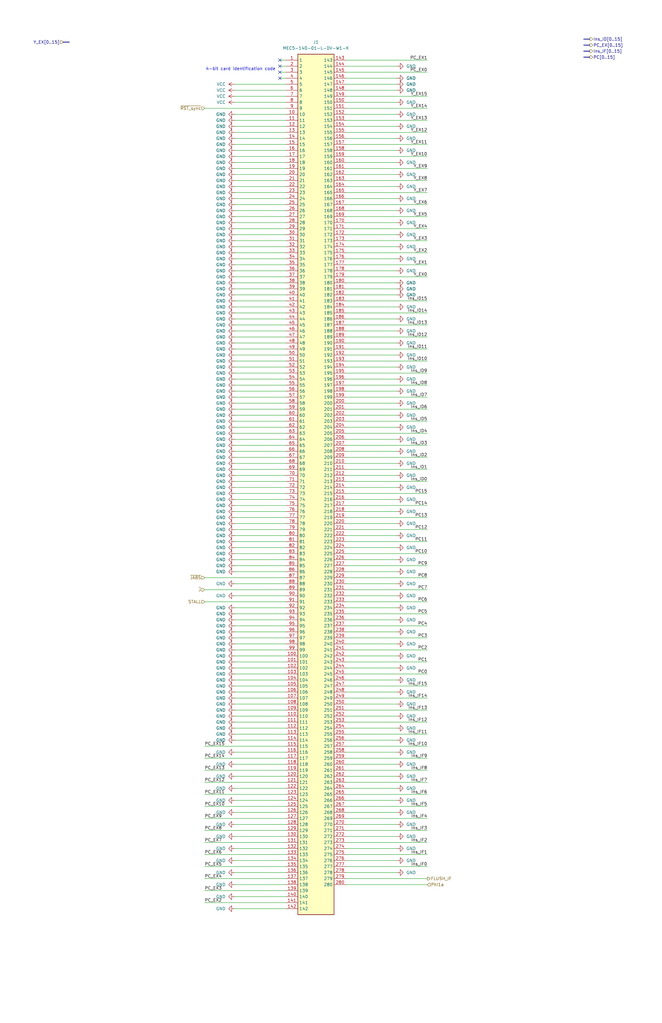
<source format=kicad_sch>
(kicad_sch (version 20250114) (generator "eeschema") (generator_version "9.0")
  (paper "USLedger" portrait)
  (title_block (date "2025-07-11") (rev "A"))
  (text "4-bit card identification code" (at 116.332 29.21 0) (effects (font (size 1.27 1.27)) (justify right)))
  (no_connect (at 118.11 27.94))
  (no_connect (at 118.11 25.4))
  (no_connect (at 118.11 33.02))
  (no_connect (at 118.11 30.48))
  (wire (pts (xy 99.06 111.76) (xy 120.65 111.76)))
  (wire (pts (xy 180.34 106.68) (xy 146.05 106.68)))
  (wire (pts (xy 99.06 259.08) (xy 120.65 259.08)))
  (wire (pts (xy 99.06 378.46) (xy 120.65 378.46)))
  (wire (pts (xy 180.34 325.12) (xy 146.05 325.12)))
  (wire (pts (xy 86.36 381) (xy 120.65 381)))
  (wire (pts (xy 167.64 63.5) (xy 146.05 63.5)))
  (wire (pts (xy 99.06 157.48) (xy 120.65 157.48)))
  (wire (pts (xy 180.34 284.48) (xy 146.05 284.48)))
  (wire (pts (xy 99.06 276.86) (xy 120.65 276.86)))
  (wire (pts (xy 180.34 91.44) (xy 146.05 91.44)))
  (wire (pts (xy 99.06 353.06) (xy 120.65 353.06)))
  (wire (pts (xy 99.06 114.3) (xy 120.65 114.3)))
  (wire (pts (xy 99.06 208.28) (xy 120.65 208.28)))
  (wire (pts (xy 180.34 203.2) (xy 146.05 203.2)))
  (wire (pts (xy 167.64 154.94) (xy 146.05 154.94)))
  (wire (pts (xy 99.06 73.66) (xy 120.65 73.66)))
  (wire (pts (xy 99.06 119.38) (xy 120.65 119.38)))
  (wire (pts (xy 180.34 132.08) (xy 146.05 132.08)))
  (wire (pts (xy 180.34 111.76) (xy 146.05 111.76)))
  (wire (pts (xy 99.06 86.36) (xy 120.65 86.36)))
  (wire (pts (xy 167.64 185.42) (xy 146.05 185.42)))
  (wire (pts (xy 180.34 66.04) (xy 146.05 66.04)))
  (wire (pts (xy 99.06 149.86) (xy 120.65 149.86)))
  (wire (pts (xy 180.34 259.08) (xy 146.05 259.08)))
  (wire (pts (xy 180.34 45.72) (xy 146.05 45.72)))
  (wire (pts (xy 86.36 314.96) (xy 120.65 314.96)))
  (wire (pts (xy 99.06 281.94) (xy 120.65 281.94)))
  (wire (pts (xy 180.34 264.16) (xy 146.05 264.16)))
  (wire (pts (xy 99.06 78.74) (xy 120.65 78.74)))
  (wire (pts (xy 167.64 236.22) (xy 146.05 236.22)))
  (wire (pts (xy 167.64 241.3) (xy 146.05 241.3)))
  (wire (pts (xy 99.06 251.46) (xy 120.65 251.46)))
  (wire (pts (xy 167.64 210.82) (xy 146.05 210.82)))
  (wire (pts (xy 167.64 332.74) (xy 146.05 332.74)))
  (wire (pts (xy 99.06 104.14) (xy 120.65 104.14)))
  (wire (pts (xy 167.64 124.46) (xy 146.05 124.46)))
  (wire (pts (xy 167.64 281.94) (xy 146.05 281.94)))
  (wire (pts (xy 167.64 231.14) (xy 146.05 231.14)))
  (wire (pts (xy 99.06 175.26) (xy 120.65 175.26)))
  (wire (pts (xy 99.06 241.3) (xy 120.65 241.3)))
  (wire (pts (xy 167.64 266.7) (xy 146.05 266.7)))
  (wire (pts (xy 167.64 287.02) (xy 146.05 287.02)))
  (wire (pts (xy 180.34 335.28) (xy 146.05 335.28)))
  (wire (pts (xy 99.06 134.62) (xy 120.65 134.62)))
  (bus (pts (xy 26.67 17.78) (xy 29.21 17.78)))
  (wire (pts (xy 99.06 50.8) (xy 120.65 50.8)))
  (wire (pts (xy 167.64 35.56) (xy 146.05 35.56)))
  (wire (pts (xy 99.06 342.9) (xy 120.65 342.9)))
  (wire (pts (xy 167.64 180.34) (xy 146.05 180.34)))
  (wire (pts (xy 180.34 198.12) (xy 146.05 198.12)))
  (wire (pts (xy 99.06 154.94) (xy 120.65 154.94)))
  (wire (pts (xy 180.34 208.28) (xy 146.05 208.28)))
  (wire (pts (xy 99.06 38.1) (xy 120.65 38.1)))
  (wire (pts (xy 99.06 304.8) (xy 120.65 304.8)))
  (wire (pts (xy 99.06 269.24) (xy 120.65 269.24)))
  (wire (pts (xy 167.64 271.78) (xy 146.05 271.78)))
  (wire (pts (xy 99.06 226.06) (xy 120.65 226.06)))
  (wire (pts (xy 167.64 195.58) (xy 146.05 195.58)))
  (wire (pts (xy 86.36 360.68) (xy 120.65 360.68)))
  (wire (pts (xy 167.64 368.3) (xy 146.05 368.3)))
  (wire (pts (xy 118.11 30.48) (xy 120.65 30.48)))
  (wire (pts (xy 167.64 246.38) (xy 146.05 246.38)))
  (wire (pts (xy 167.64 251.46) (xy 146.05 251.46)))
  (wire (pts (xy 99.06 256.54) (xy 120.65 256.54)))
  (wire (pts (xy 167.64 170.18) (xy 146.05 170.18)))
  (wire (pts (xy 180.34 55.88) (xy 146.05 55.88)))
  (wire (pts (xy 167.64 337.82) (xy 146.05 337.82)))
  (wire (pts (xy 180.34 182.88) (xy 146.05 182.88)))
  (wire (pts (xy 99.06 327.66) (xy 120.65 327.66)))
  (bus (pts (xy 248.92 21.59) (xy 246.38 21.59)))
  (wire (pts (xy 180.34 304.8) (xy 146.05 304.8)))
  (wire (pts (xy 180.34 81.28) (xy 146.05 81.28)))
  (wire (pts (xy 99.06 142.24) (xy 120.65 142.24)))
  (wire (pts (xy 180.34 127) (xy 146.05 127)))
  (wire (pts (xy 99.06 373.38) (xy 120.65 373.38)))
  (wire (pts (xy 167.64 27.94) (xy 146.05 27.94)))
  (wire (pts (xy 167.64 83.82) (xy 146.05 83.82)))
  (wire (pts (xy 99.06 43.18) (xy 120.65 43.18)))
  (wire (pts (xy 99.06 231.14) (xy 120.65 231.14)))
  (wire (pts (xy 99.06 71.12) (xy 120.65 71.12)))
  (wire (pts (xy 167.64 149.86) (xy 146.05 149.86)))
  (wire (pts (xy 99.06 292.1) (xy 120.65 292.1)))
  (wire (pts (xy 99.06 160.02) (xy 120.65 160.02)))
  (wire (pts (xy 99.06 246.38) (xy 120.65 246.38)))
  (wire (pts (xy 180.34 248.92) (xy 146.05 248.92)))
  (wire (pts (xy 180.34 294.64) (xy 146.05 294.64)))
  (wire (pts (xy 180.34 233.68) (xy 146.05 233.68)))
  (wire (pts (xy 167.64 73.66) (xy 146.05 73.66)))
  (wire (pts (xy 180.34 274.32) (xy 146.05 274.32)))
  (wire (pts (xy 180.34 162.56) (xy 146.05 162.56)))
  (wire (pts (xy 86.36 365.76) (xy 120.65 365.76)))
  (wire (pts (xy 99.06 294.64) (xy 120.65 294.64)))
  (wire (pts (xy 167.64 121.92) (xy 146.05 121.92)))
  (wire (pts (xy 99.06 261.62) (xy 120.65 261.62)))
  (wire (pts (xy 99.06 81.28) (xy 120.65 81.28)))
  (wire (pts (xy 180.34 71.12) (xy 146.05 71.12)))
  (wire (pts (xy 99.06 302.26) (xy 120.65 302.26)))
  (wire (pts (xy 99.06 139.7) (xy 120.65 139.7)))
  (wire (pts (xy 99.06 40.64) (xy 120.65 40.64)))
  (wire (pts (xy 167.64 307.34) (xy 146.05 307.34)))
  (wire (pts (xy 99.06 106.68) (xy 120.65 106.68)))
  (wire (pts (xy 99.06 312.42) (xy 120.65 312.42)))
  (wire (pts (xy 86.36 254) (xy 120.65 254)))
  (wire (pts (xy 167.64 139.7) (xy 146.05 139.7)))
  (wire (pts (xy 99.06 162.56) (xy 120.65 162.56)))
  (wire (pts (xy 86.36 340.36) (xy 120.65 340.36)))
  (wire (pts (xy 99.06 213.36) (xy 120.65 213.36)))
  (wire (pts (xy 99.06 299.72) (xy 120.65 299.72)))
  (wire (pts (xy 167.64 129.54) (xy 146.05 129.54)))
  (wire (pts (xy 99.06 170.18) (xy 120.65 170.18)))
  (wire (pts (xy 86.36 248.92) (xy 120.65 248.92)))
  (wire (pts (xy 167.64 256.54) (xy 146.05 256.54)))
  (wire (pts (xy 99.06 96.52) (xy 120.65 96.52)))
  (wire (pts (xy 167.64 302.26) (xy 146.05 302.26)))
  (wire (pts (xy 167.64 190.5) (xy 146.05 190.5)))
  (wire (pts (xy 180.34 228.6) (xy 146.05 228.6)))
  (wire (pts (xy 167.64 165.1) (xy 146.05 165.1)))
  (wire (pts (xy 99.06 274.32) (xy 120.65 274.32)))
  (wire (pts (xy 99.06 233.68) (xy 120.65 233.68)))
  (wire (pts (xy 167.64 134.62) (xy 146.05 134.62)))
  (wire (pts (xy 99.06 271.78) (xy 120.65 271.78)))
  (wire (pts (xy 99.06 129.54) (xy 120.65 129.54)))
  (wire (pts (xy 180.34 30.48) (xy 146.05 30.48)))
  (wire (pts (xy 180.34 60.96) (xy 146.05 60.96)))
  (wire (pts (xy 99.06 177.8) (xy 120.65 177.8)))
  (wire (pts (xy 180.34 238.76) (xy 146.05 238.76)))
  (wire (pts (xy 167.64 43.18) (xy 146.05 43.18)))
  (wire (pts (xy 180.34 177.8) (xy 146.05 177.8)))
  (wire (pts (xy 86.36 330.2) (xy 120.65 330.2)))
  (wire (pts (xy 99.06 63.5) (xy 120.65 63.5)))
  (wire (pts (xy 86.36 345.44) (xy 120.65 345.44)))
  (wire (pts (xy 180.34 101.6) (xy 146.05 101.6)))
  (wire (pts (xy 180.34 330.2) (xy 146.05 330.2)))
  (wire (pts (xy 167.64 88.9) (xy 146.05 88.9)))
  (wire (pts (xy 167.64 38.1) (xy 146.05 38.1)))
  (wire (pts (xy 167.64 99.06) (xy 146.05 99.06)))
  (wire (pts (xy 99.06 279.4) (xy 120.65 279.4)))
  (wire (pts (xy 180.34 340.36) (xy 146.05 340.36)))
  (wire (pts (xy 99.06 137.16) (xy 120.65 137.16)))
  (wire (pts (xy 99.06 83.82) (xy 120.65 83.82)))
  (wire (pts (xy 86.36 350.52) (xy 120.65 350.52)))
  (wire (pts (xy 180.34 40.64) (xy 146.05 40.64)))
  (wire (pts (xy 167.64 297.18) (xy 146.05 297.18)))
  (wire (pts (xy 167.64 175.26) (xy 146.05 175.26)))
  (wire (pts (xy 99.06 91.44) (xy 120.65 91.44)))
  (wire (pts (xy 167.64 68.58) (xy 146.05 68.58)))
  (wire (pts (xy 180.34 76.2) (xy 146.05 76.2)))
  (wire (pts (xy 167.64 205.74) (xy 146.05 205.74)))
  (wire (pts (xy 99.06 124.46) (xy 120.65 124.46)))
  (wire (pts (xy 167.64 317.5) (xy 146.05 317.5)))
  (wire (pts (xy 180.34 360.68) (xy 146.05 360.68)))
  (wire (pts (xy 99.06 322.58) (xy 120.65 322.58)))
  (wire (pts (xy 180.34 355.6) (xy 146.05 355.6)))
  (wire (pts (xy 99.06 180.34) (xy 120.65 180.34)))
  (wire (pts (xy 99.06 284.48) (xy 120.65 284.48)))
  (wire (pts (xy 118.11 25.4) (xy 120.65 25.4)))
  (wire (pts (xy 99.06 68.58) (xy 120.65 68.58)))
  (wire (pts (xy 99.06 309.88) (xy 120.65 309.88)))
  (wire (pts (xy 99.06 101.6) (xy 120.65 101.6)))
  (wire (pts (xy 99.06 121.92) (xy 120.65 121.92)))
  (wire (pts (xy 99.06 347.98) (xy 120.65 347.98)))
  (wire (pts (xy 99.06 93.98) (xy 120.65 93.98)))
  (wire (pts (xy 167.64 78.74) (xy 146.05 78.74)))
  (wire (pts (xy 167.64 33.02) (xy 146.05 33.02)))
  (wire (pts (xy 180.34 254) (xy 146.05 254)))
  (wire (pts (xy 118.11 33.02) (xy 120.65 33.02)))
  (wire (pts (xy 167.64 48.26) (xy 146.05 48.26)))
  (wire (pts (xy 99.06 289.56) (xy 120.65 289.56)))
  (wire (pts (xy 86.36 45.72) (xy 120.65 45.72)))
  (wire (pts (xy 86.36 320.04) (xy 120.65 320.04)))
  (wire (pts (xy 180.34 279.4) (xy 146.05 279.4)))
  (wire (pts (xy 99.06 220.98) (xy 120.65 220.98)))
  (wire (pts (xy 99.06 203.2) (xy 120.65 203.2)))
  (wire (pts (xy 167.64 226.06) (xy 146.05 226.06)))
  (wire (pts (xy 180.34 289.56) (xy 146.05 289.56)))
  (wire (pts (xy 167.64 312.42) (xy 146.05 312.42)))
  (wire (pts (xy 167.64 292.1) (xy 146.05 292.1)))
  (wire (pts (xy 99.06 55.88) (xy 120.65 55.88)))
  (bus (pts (xy 248.92 19.05) (xy 246.38 19.05)))
  (wire (pts (xy 180.34 365.76) (xy 146.05 365.76)))
  (wire (pts (xy 99.06 383.54) (xy 120.65 383.54)))
  (wire (pts (xy 167.64 93.98) (xy 146.05 93.98)))
  (wire (pts (xy 99.06 307.34) (xy 120.65 307.34)))
  (wire (pts (xy 99.06 363.22) (xy 120.65 363.22)))
  (wire (pts (xy 99.06 144.78) (xy 120.65 144.78)))
  (wire (pts (xy 99.06 215.9) (xy 120.65 215.9)))
  (wire (pts (xy 86.36 355.6) (xy 120.65 355.6)))
  (wire (pts (xy 180.34 243.84) (xy 146.05 243.84)))
  (wire (pts (xy 180.34 193.04) (xy 146.05 193.04)))
  (wire (pts (xy 180.34 370.84) (xy 146.05 370.84)))
  (wire (pts (xy 99.06 317.5) (xy 120.65 317.5)))
  (wire (pts (xy 180.34 345.44) (xy 146.05 345.44)))
  (wire (pts (xy 99.06 264.16) (xy 120.65 264.16)))
  (wire (pts (xy 167.64 327.66) (xy 146.05 327.66)))
  (wire (pts (xy 86.36 370.84) (xy 120.65 370.84)))
  (wire (pts (xy 167.64 215.9) (xy 146.05 215.9)))
  (wire (pts (xy 99.06 297.18) (xy 120.65 297.18)))
  (wire (pts (xy 99.06 190.5) (xy 120.65 190.5)))
  (wire (pts (xy 180.34 96.52) (xy 146.05 96.52)))
  (wire (pts (xy 99.06 195.58) (xy 120.65 195.58)))
  (wire (pts (xy 180.34 350.52) (xy 146.05 350.52)))
  (wire (pts (xy 99.06 205.74) (xy 120.65 205.74)))
  (wire (pts (xy 167.64 353.06) (xy 146.05 353.06)))
  (wire (pts (xy 180.34 142.24) (xy 146.05 142.24)))
  (wire (pts (xy 167.64 160.02) (xy 146.05 160.02)))
  (wire (pts (xy 99.06 228.6) (xy 120.65 228.6)))
  (wire (pts (xy 180.34 147.32) (xy 146.05 147.32)))
  (wire (pts (xy 99.06 193.04) (xy 120.65 193.04)))
  (wire (pts (xy 99.06 99.06) (xy 120.65 99.06)))
  (wire (pts (xy 167.64 363.22) (xy 146.05 363.22)))
  (wire (pts (xy 180.34 152.4) (xy 146.05 152.4)))
  (bus (pts (xy 248.92 16.51) (xy 246.38 16.51)))
  (wire (pts (xy 180.34 137.16) (xy 146.05 137.16)))
  (wire (pts (xy 167.64 358.14) (xy 146.05 358.14)))
  (wire (pts (xy 99.06 223.52) (xy 120.65 223.52)))
  (wire (pts (xy 86.36 243.84) (xy 120.65 243.84)))
  (wire (pts (xy 167.64 53.34) (xy 146.05 53.34)))
  (wire (pts (xy 99.06 132.08) (xy 120.65 132.08)))
  (wire (pts (xy 99.06 266.7) (xy 120.65 266.7)))
  (wire (pts (xy 180.34 309.88) (xy 146.05 309.88)))
  (wire (pts (xy 167.64 347.98) (xy 146.05 347.98)))
  (wire (pts (xy 167.64 261.62) (xy 146.05 261.62)))
  (wire (pts (xy 99.06 116.84) (xy 120.65 116.84)))
  (wire (pts (xy 167.64 58.42) (xy 146.05 58.42)))
  (wire (pts (xy 180.34 373.38) (xy 146.05 373.38)))
  (wire (pts (xy 180.34 314.96) (xy 146.05 314.96)))
  (wire (pts (xy 167.64 119.38) (xy 146.05 119.38)))
  (wire (pts (xy 99.06 337.82) (xy 120.65 337.82)))
  (wire (pts (xy 99.06 35.56) (xy 120.65 35.56)))
  (wire (pts (xy 99.06 358.14) (xy 120.65 358.14)))
  (wire (pts (xy 180.34 25.4) (xy 146.05 25.4)))
  (wire (pts (xy 99.06 60.96) (xy 120.65 60.96)))
  (wire (pts (xy 99.06 332.74) (xy 120.65 332.74)))
  (wire (pts (xy 99.06 76.2) (xy 120.65 76.2)))
  (wire (pts (xy 167.64 322.58) (xy 146.05 322.58)))
  (wire (pts (xy 99.06 287.02) (xy 120.65 287.02)))
  (wire (pts (xy 99.06 198.12) (xy 120.65 198.12)))
  (wire (pts (xy 99.06 66.04) (xy 120.65 66.04)))
  (wire (pts (xy 167.64 342.9) (xy 146.05 342.9)))
  (wire (pts (xy 180.34 299.72) (xy 146.05 299.72)))
  (wire (pts (xy 167.64 109.22) (xy 146.05 109.22)))
  (wire (pts (xy 167.64 104.14) (xy 146.05 104.14)))
  (wire (pts (xy 99.06 200.66) (xy 120.65 200.66)))
  (wire (pts (xy 167.64 144.78) (xy 146.05 144.78)))
  (wire (pts (xy 86.36 335.28) (xy 120.65 335.28)))
  (wire (pts (xy 180.34 218.44) (xy 146.05 218.44)))
  (wire (pts (xy 167.64 200.66) (xy 146.05 200.66)))
  (wire (pts (xy 99.06 236.22) (xy 120.65 236.22)))
  (wire (pts (xy 99.06 172.72) (xy 120.65 172.72)))
  (wire (pts (xy 180.34 187.96) (xy 146.05 187.96)))
  (wire (pts (xy 180.34 50.8) (xy 146.05 50.8)))
  (wire (pts (xy 99.06 109.22) (xy 120.65 109.22)))
  (bus (pts (xy 248.92 24.13) (xy 246.38 24.13)))
  (wire (pts (xy 99.06 88.9) (xy 120.65 88.9)))
  (wire (pts (xy 86.36 375.92) (xy 120.65 375.92)))
  (wire (pts (xy 99.06 218.44) (xy 120.65 218.44)))
  (wire (pts (xy 180.34 172.72) (xy 146.05 172.72)))
  (wire (pts (xy 167.64 114.3) (xy 146.05 114.3)))
  (wire (pts (xy 99.06 147.32) (xy 120.65 147.32)))
  (wire (pts (xy 180.34 167.64) (xy 146.05 167.64)))
  (wire (pts (xy 99.06 368.3) (xy 120.65 368.3)))
  (wire (pts (xy 99.06 58.42) (xy 120.65 58.42)))
  (wire (pts (xy 167.64 276.86) (xy 146.05 276.86)))
  (wire (pts (xy 99.06 53.34) (xy 120.65 53.34)))
  (wire (pts (xy 180.34 157.48) (xy 146.05 157.48)))
  (wire (pts (xy 167.64 220.98) (xy 146.05 220.98)))
  (wire (pts (xy 180.34 320.04) (xy 146.05 320.04)))
  (wire (pts (xy 180.34 269.24) (xy 146.05 269.24)))
  (wire (pts (xy 118.11 27.94) (xy 120.65 27.94)))
  (wire (pts (xy 99.06 238.76) (xy 120.65 238.76)))
  (wire (pts (xy 99.06 210.82) (xy 120.65 210.82)))
  (wire (pts (xy 99.06 152.4) (xy 120.65 152.4)))
  (wire (pts (xy 180.34 223.52) (xy 146.05 223.52)))
  (wire (pts (xy 99.06 165.1) (xy 120.65 165.1)))
  (wire (pts (xy 99.06 167.64) (xy 120.65 167.64)))
  (wire (pts (xy 180.34 116.84) (xy 146.05 116.84)))
  (wire (pts (xy 99.06 127) (xy 120.65 127)))
  (wire (pts (xy 99.06 48.26) (xy 120.65 48.26)))
  (wire (pts (xy 180.34 213.36) (xy 146.05 213.36)))
  (wire (pts (xy 99.06 182.88) (xy 120.65 182.88)))
  (wire (pts (xy 99.06 187.96) (xy 120.65 187.96)))
  (wire (pts (xy 86.36 325.12) (xy 120.65 325.12)))
  (wire (pts (xy 180.34 86.36) (xy 146.05 86.36)))
  (wire (pts (xy 99.06 185.42) (xy 120.65 185.42)))
  (label "PC_EX11" (at 86.36 335.28 0))
  (label "PC_EX5" (at 86.36 365.76 0))
  (label "PC10" (at 180.34 233.68 180))
  (label "Y_EX8" (at 180.34 76.2 180))
  (label "PC13" (at 180.34 218.44 180))
  (label "Ins_IF1" (at 180.34 360.68 180))
  (label "PC14" (at 180.34 213.36 180))
  (label "Ins_IF10" (at 180.34 314.96 180))
  (label "PC_EX4" (at 86.36 370.84 0))
  (label "Ins_ID8" (at 180.34 162.56 180))
  (label "Ins_IF0" (at 180.34 365.76 180))
  (label "Ins_IF8" (at 180.34 325.12 180))
  (label "Y_EX0" (at 180.34 116.84 180))
  (label "Ins_IF14" (at 180.34 294.64 180))
  (label "Ins_ID6" (at 180.34 172.72 180))
  (label "PC_EX7" (at 86.36 355.6 0))
  (label "Ins_ID9" (at 180.34 157.48 180))
  (label "Ins_ID15" (at 180.34 127 180))
  (label "Ins_IF12" (at 180.34 304.8 180))
  (label "PC0" (at 180.34 284.48 180))
  (label "PC_EX2" (at 86.36 381 0))
  (label "Ins_ID10" (at 180.34 152.4 180))
  (label "PC_EX0" (at 180.34 30.48 180))
  (label "Ins_IF4" (at 180.34 345.44 180))
  (label "Ins_ID2" (at 180.34 193.04 180))
  (label "PC12" (at 180.34 223.52 180))
  (label "PC_EX12" (at 86.36 330.2 0))
  (label "PC2" (at 180.34 274.32 180))
  (label "Y_EX4" (at 180.34 96.52 180))
  (label "Ins_IF13" (at 180.34 299.72 180))
  (label "PC8" (at 180.34 243.84 180))
  (label "Y_EX14" (at 180.34 45.72 180))
  (label "PC4" (at 180.34 264.16 180))
  (label "Y_EX3" (at 180.34 101.6 180))
  (label "PC3" (at 180.34 269.24 180))
  (label "Y_EX11" (at 180.34 60.96 180))
  (label "PC_EX14" (at 86.36 320.04 0))
  (label "PC_EX15" (at 86.36 314.96 0))
  (label "Y_EX10" (at 180.34 66.04 180))
  (label "Y_EX5" (at 180.34 91.44 180))
  (label "Y_EX2" (at 180.34 106.68 180))
  (label "PC6" (at 180.34 254 180))
  (label "Ins_ID4" (at 180.34 182.88 180))
  (label "Ins_ID13" (at 180.34 137.16 180))
  (label "Y_EX1" (at 180.34 111.76 180))
  (label "Ins_ID1" (at 180.34 198.12 180))
  (label "PC5" (at 180.34 259.08 180))
  (label "PC_EX8" (at 86.36 350.52 0))
  (label "Y_EX9" (at 180.34 71.12 180))
  (label "Ins_IF5" (at 180.34 340.36 180))
  (label "Ins_ID11" (at 180.34 147.32 180))
  (label "PC7" (at 180.34 248.92 180))
  (label "Y_EX12" (at 180.34 55.88 180))
  (label "PC9" (at 180.34 238.76 180))
  (label "Ins_IF15" (at 180.34 289.56 180))
  (label "Ins_ID3" (at 180.34 187.96 180))
  (label "Ins_ID7" (at 180.34 167.64 180))
  (label "Ins_ID14" (at 180.34 132.08 180))
  (label "PC_EX1" (at 180.34 25.4 180))
  (label "Ins_IF11" (at 180.34 309.88 180))
  (label "PC_EX3" (at 86.36 375.92 0))
  (label "Ins_IF6" (at 180.34 335.28 180))
  (label "PC15" (at 180.34 208.28 180))
  (label "Ins_IF9" (at 180.34 320.04 180))
  (label "Y_EX6" (at 180.34 86.36 180))
  (label "Ins_ID12" (at 180.34 142.24 180))
  (label "Ins_IF7" (at 180.34 330.2 180))
  (label "Ins_ID0" (at 180.34 203.2 180))
  (label "PC11" (at 180.34 228.6 180))
  (label "Y_EX13" (at 180.34 50.8 180))
  (label "PC_EX13" (at 86.36 325.12 0))
  (label "PC_EX9" (at 86.36 345.44 0))
  (label "Ins_IF2" (at 180.34 355.6 180))
  (label "PC_EX10" (at 86.36 340.36 0))
  (label "Ins_ID5" (at 180.34 177.8 180))
  (label "Y_EX15" (at 180.34 40.64 180))
  (label "Ins_IF3" (at 180.34 350.52 180))
  (label "PC_EX6" (at 86.36 360.68 0))
  (label "PC1" (at 180.34 279.4 180))
  (label "Y_EX7" (at 180.34 81.28 180))
  (hierarchical_label "~{J}" (shape input) (at 86.36 248.92 180))
  (hierarchical_label "PC_EX[0..15]" (shape output) (at 248.92 19.05 0))
  (hierarchical_label "PC[0..15]" (shape output) (at 248.92 24.13 0))
  (hierarchical_label "Phi1a" (shape input) (at 180.34 373.38 0))
  (hierarchical_label "Y_EX[0..15]" (shape input) (at 26.67 17.78 180))
  (hierarchical_label "FLUSH_IF" (shape output) (at 180.34 370.84 0))
  (hierarchical_label "~{JABS}" (shape input) (at 86.36 243.84 180))
  (hierarchical_label "Ins_ID[0..15]" (shape output) (at 248.92 16.51 0))
  (hierarchical_label "Ins_IF[0..15]" (shape output) (at 248.92 21.59 0))
  (hierarchical_label "STALL" (shape input) (at 86.36 254 180))
  (hierarchical_label "~{RST_sync}" (shape input) (at 86.36 45.72 180))
  (symbol (lib_id "power:GND") (at 99.06 274.32 270) (unit 1)
    (property "Reference" "#PWR0284" (effects (hide yes)))
    (property "Value" "GND" (at 95.25 274.3199 90) (effects (justify right)))
    (property "Description" "Power symbol creates a global label with name \"GND\" , ground" (effects (hide yes)))
  )
  (symbol (lib_id "power:GND") (at 99.06 198.12 270) (unit 1)
    (property "Reference" "#PWR0146" (effects (hide yes)))
    (property "Value" "GND" (at 95.25 198.1199 90) (effects (justify right)))
    (property "Description" "Power symbol creates a global label with name \"GND\" , ground" (effects (hide yes)))
  )
  (symbol (lib_id "power:GND") (at 167.64 43.18 90) (mirror x) (unit 1)
    (property "Reference" "#PWR0202" (effects (hide yes)))
    (property "Value" "GND" (at 171.45 43.1799 90) (effects (justify right)))
    (property "Description" "Power symbol creates a global label with name \"GND\" , ground" (effects (hide yes)))
  )
  (symbol (lib_id "power:GND") (at 167.64 58.42 90) (mirror x) (unit 1)
    (property "Reference" "#PWR0207" (effects (hide yes)))
    (property "Value" "GND" (at 171.45 58.4199 90) (effects (justify right)))
    (property "Description" "Power symbol creates a global label with name \"GND\" , ground" (effects (hide yes)))
  )
  (symbol (lib_id "power:GND") (at 167.64 121.92 90) (mirror x) (unit 1)
    (property "Reference" "#PWR0239" (effects (hide yes)))
    (property "Value" "GND" (at 171.45 121.9199 90) (effects (justify right)))
    (property "Description" "Power symbol creates a global label with name \"GND\" , ground" (effects (hide yes)))
  )
  (symbol (lib_id "power:GND") (at 99.06 129.54 270) (unit 1)
    (property "Reference" "#PWR0210" (effects (hide yes)))
    (property "Value" "GND" (at 95.25 129.5399 90) (effects (justify right)))
    (property "Description" "Power symbol creates a global label with name \"GND\" , ground" (effects (hide yes)))
  )
  (symbol (lib_id "power:GND") (at 167.64 342.9 90) (mirror x) (unit 1)
    (property "Reference" "#PWR0287" (effects (hide yes)))
    (property "Value" "GND" (at 171.45 342.8999 90) (effects (justify right)))
    (property "Description" "Power symbol creates a global label with name \"GND\" , ground" (effects (hide yes)))
  )
  (symbol (lib_id "power:GND") (at 167.64 307.34 90) (mirror x) (unit 1)
    (property "Reference" "#PWR0296" (effects (hide yes)))
    (property "Value" "GND" (at 171.45 307.3399 90) (effects (justify right)))
    (property "Description" "Power symbol creates a global label with name \"GND\" , ground" (effects (hide yes)))
  )
  (symbol (lib_id "power:GND") (at 167.64 195.58 90) (mirror x) (unit 1)
    (property "Reference" "#PWR0163" (effects (hide yes)))
    (property "Value" "GND" (at 171.45 195.5799 90) (effects (justify right)))
    (property "Description" "Power symbol creates a global label with name \"GND\" , ground" (effects (hide yes)))
  )
  (symbol (lib_id "power:GND") (at 99.06 312.42 270) (unit 1)
    (property "Reference" "#PWR0269" (effects (hide yes)))
    (property "Value" "GND" (at 95.25 312.4199 90) (effects (justify right)))
    (property "Description" "Power symbol creates a global label with name \"GND\" , ground" (effects (hide yes)))
  )
  (symbol (lib_id "power:GND") (at 99.06 220.98 270) (unit 1)
    (property "Reference" "#PWR0176" (effects (hide yes)))
    (property "Value" "GND" (at 95.25 220.9799 90) (effects (justify right)))
    (property "Description" "Power symbol creates a global label with name \"GND\" , ground" (effects (hide yes)))
  )
  (symbol (lib_id "power:GND") (at 99.06 71.12 270) (unit 1)
    (property "Reference" "#PWR0253" (effects (hide yes)))
    (property "Value" "GND" (at 95.25 71.1199 90) (effects (justify right)))
    (property "Description" "Power symbol creates a global label with name \"GND\" , ground" (effects (hide yes)))
  )
  (symbol (lib_id "power:GND") (at 167.64 149.86 90) (mirror x) (unit 1)
    (property "Reference" "#PWR0236" (effects (hide yes)))
    (property "Value" "GND" (at 171.45 149.8599 90) (effects (justify right)))
    (property "Description" "Power symbol creates a global label with name \"GND\" , ground" (effects (hide yes)))
  )
  (symbol (lib_id "power:GND") (at 99.06 172.72 270) (unit 1)
    (property "Reference" "#PWR0141" (effects (hide yes)))
    (property "Value" "GND" (at 95.25 172.7199 90) (effects (justify right)))
    (property "Description" "Power symbol creates a global label with name \"GND\" , ground" (effects (hide yes)))
  )
  (symbol (lib_id "power:GND") (at 167.64 236.22 90) (mirror x) (unit 1)
    (property "Reference" "#PWR0134" (effects (hide yes)))
    (property "Value" "GND" (at 171.45 236.2199 90) (effects (justify right)))
    (property "Description" "Power symbol creates a global label with name \"GND\" , ground" (effects (hide yes)))
  )
  (symbol (lib_id "power:GND") (at 99.06 378.46 270) (unit 1)
    (property "Reference" "#PWR0318" (effects (hide yes)))
    (property "Value" "GND" (at 95.25 378.4599 90) (effects (justify right)))
    (property "Description" "Power symbol creates a global label with name \"GND\" , ground" (effects (hide yes)))
  )
  (symbol (lib_id "power:GND") (at 99.06 48.26 270) (unit 1)
    (property "Reference" "#PWR0197" (effects (hide yes)))
    (property "Value" "GND" (at 95.25 48.2599 90) (effects (justify right)))
    (property "Description" "Power symbol creates a global label with name \"GND\" , ground" (effects (hide yes)))
  )
  (symbol (lib_id "power:GND") (at 99.06 309.88 270) (unit 1)
    (property "Reference" "#PWR0270" (effects (hide yes)))
    (property "Value" "GND" (at 95.25 309.8799 90) (effects (justify right)))
    (property "Description" "Power symbol creates a global label with name \"GND\" , ground" (effects (hide yes)))
  )
  (symbol (lib_id "power:GND") (at 99.06 251.46 270) (unit 1)
    (property "Reference" "#PWR0183" (effects (hide yes)))
    (property "Value" "GND" (at 95.25 251.4599 90) (effects (justify right)))
    (property "Description" "Power symbol creates a global label with name \"GND\" , ground" (effects (hide yes)))
  )
  (symbol (lib_id "power:GND") (at 99.06 228.6 270) (unit 1)
    (property "Reference" "#PWR0174" (effects (hide yes)))
    (property "Value" "GND" (at 95.25 228.5999 90) (effects (justify right)))
    (property "Description" "Power symbol creates a global label with name \"GND\" , ground" (effects (hide yes)))
  )
  (symbol (lib_id "power:GND") (at 99.06 127 270) (unit 1)
    (property "Reference" "#PWR0211" (effects (hide yes)))
    (property "Value" "GND" (at 95.25 126.9999 90) (effects (justify right)))
    (property "Description" "Power symbol creates a global label with name \"GND\" , ground" (effects (hide yes)))
  )
  (symbol (lib_id "power:VCC") (at 99.06 40.64 90) (unit 1)
    (property "Reference" "#PWR0200" (effects (hide yes)))
    (property "Value" "VCC" (at 95.25 40.6399 90) (effects (justify left)))
    (property "Description" "Power symbol creates a global label with name \"VCC\"" (effects (hide yes)))
  )
  (symbol (lib_id "power:GND") (at 99.06 373.38 270) (unit 1)
    (property "Reference" "#PWR0319" (effects (hide yes)))
    (property "Value" "GND" (at 95.25 373.3799 90) (effects (justify right)))
    (property "Description" "Power symbol creates a global label with name \"GND\" , ground" (effects (hide yes)))
  )
  (symbol (lib_id "power:GND") (at 99.06 142.24 270) (unit 1)
    (property "Reference" "#PWR0215" (effects (hide yes)))
    (property "Value" "GND" (at 95.25 142.2399 90) (effects (justify right)))
    (property "Description" "Power symbol creates a global label with name \"GND\" , ground" (effects (hide yes)))
  )
  (symbol (lib_id "power:GND") (at 99.06 66.04 270) (unit 1)
    (property "Reference" "#PWR0191" (effects (hide yes)))
    (property "Value" "GND" (at 95.25 66.0399 90) (effects (justify right)))
    (property "Description" "Power symbol creates a global label with name \"GND\" , ground" (effects (hide yes)))
  )
  (symbol (lib_id "power:GND") (at 167.64 33.02 90) (mirror x) (unit 1)
    (property "Reference" "#PWR0261" (effects (hide yes)))
    (property "Value" "GND" (at 171.45 33.0199 90) (effects (justify right)))
    (property "Description" "Power symbol creates a global label with name \"GND\" , ground" (effects (hide yes)))
  )
  (symbol (lib_id "power:GND") (at 99.06 124.46 270) (unit 1)
    (property "Reference" "#PWR0212" (effects (hide yes)))
    (property "Value" "GND" (at 95.25 124.4599 90) (effects (justify right)))
    (property "Description" "Power symbol creates a global label with name \"GND\" , ground" (effects (hide yes)))
  )
  (symbol (lib_id "power:GND") (at 99.06 297.18 270) (unit 1)
    (property "Reference" "#PWR0272" (effects (hide yes)))
    (property "Value" "GND" (at 95.25 297.1799 90) (effects (justify right)))
    (property "Description" "Power symbol creates a global label with name \"GND\" , ground" (effects (hide yes)))
  )
  (symbol (lib_id "power:GND") (at 99.06 261.62 270) (unit 1)
    (property "Reference" "#PWR0186" (effects (hide yes)))
    (property "Value" "GND" (at 95.25 261.6199 90) (effects (justify right)))
    (property "Description" "Power symbol creates a global label with name \"GND\" , ground" (effects (hide yes)))
  )
  (symbol (lib_id "power:GND") (at 99.06 132.08 270) (unit 1)
    (property "Reference" "#PWR0213" (effects (hide yes)))
    (property "Value" "GND" (at 95.25 132.0799 90) (effects (justify right)))
    (property "Description" "Power symbol creates a global label with name \"GND\" , ground" (effects (hide yes)))
  )
  (symbol (lib_id "power:GND") (at 99.06 63.5 270) (unit 1)
    (property "Reference" "#PWR0190" (effects (hide yes)))
    (property "Value" "GND" (at 95.25 63.4999 90) (effects (justify right)))
    (property "Description" "Power symbol creates a global label with name \"GND\" , ground" (effects (hide yes)))
  )
  (symbol (lib_id "power:GND") (at 99.06 111.76 270) (unit 1)
    (property "Reference" "#PWR0223" (effects (hide yes)))
    (property "Value" "GND" (at 95.25 111.7599 90) (effects (justify right)))
    (property "Description" "Power symbol creates a global label with name \"GND\" , ground" (effects (hide yes)))
  )
  (symbol (lib_id "power:GND") (at 99.06 152.4 270) (unit 1)
    (property "Reference" "#PWR0218" (effects (hide yes)))
    (property "Value" "GND" (at 95.25 152.3999 90) (effects (justify right)))
    (property "Description" "Power symbol creates a global label with name \"GND\" , ground" (effects (hide yes)))
  )
  (symbol (lib_id "power:GND") (at 99.06 170.18 270) (unit 1)
    (property "Reference" "#PWR0142" (effects (hide yes)))
    (property "Value" "GND" (at 95.25 170.1799 90) (effects (justify right)))
    (property "Description" "Power symbol creates a global label with name \"GND\" , ground" (effects (hide yes)))
  )
  (symbol (lib_id "power:GND") (at 99.06 68.58 270) (unit 1)
    (property "Reference" "#PWR0192" (effects (hide yes)))
    (property "Value" "GND" (at 95.25 68.5799 90) (effects (justify right)))
    (property "Description" "Power symbol creates a global label with name \"GND\" , ground" (effects (hide yes)))
  )
  (symbol (lib_id "power:GND") (at 99.06 307.34 270) (unit 1)
    (property "Reference" "#PWR0271" (effects (hide yes)))
    (property "Value" "GND" (at 95.25 307.3399 90) (effects (justify right)))
    (property "Description" "Power symbol creates a global label with name \"GND\" , ground" (effects (hide yes)))
  )
  (symbol (lib_id "power:GND") (at 99.06 154.94 270) (unit 1)
    (property "Reference" "#PWR0219" (effects (hide yes)))
    (property "Value" "GND" (at 95.25 154.9399 90) (effects (justify right)))
    (property "Description" "Power symbol creates a global label with name \"GND\" , ground" (effects (hide yes)))
  )
  (symbol (lib_id "power:GND") (at 167.64 83.82 90) (mirror x) (unit 1)
    (property "Reference" "#PWR0233" (effects (hide yes)))
    (property "Value" "GND" (at 171.45 83.8199 90) (effects (justify right)))
    (property "Description" "Power symbol creates a global label with name \"GND\" , ground" (effects (hide yes)))
  )
  (symbol (lib_id "power:GND") (at 167.64 353.06 90) (mirror x) (unit 1)
    (property "Reference" "#PWR0292" (effects (hide yes)))
    (property "Value" "GND" (at 171.45 353.0599 90) (effects (justify right)))
    (property "Description" "Power symbol creates a global label with name \"GND\" , ground" (effects (hide yes)))
  )
  (symbol (lib_id "power:GND") (at 167.64 35.56 90) (mirror x) (unit 1)
    (property "Reference" "#PWR0260" (effects (hide yes)))
    (property "Value" "GND" (at 171.45 35.5599 90) (effects (justify right)))
    (property "Description" "Power symbol creates a global label with name \"GND\" , ground" (effects (hide yes)))
  )
  (symbol (lib_id "power:GND") (at 99.06 193.04 270) (unit 1)
    (property "Reference" "#PWR0148" (effects (hide yes)))
    (property "Value" "GND" (at 95.25 193.0399 90) (effects (justify right)))
    (property "Description" "Power symbol creates a global label with name \"GND\" , ground" (effects (hide yes)))
  )
  (symbol (lib_id "power:GND") (at 167.64 27.94 90) (mirror x) (unit 1)
    (property "Reference" "#PWR0262" (effects (hide yes)))
    (property "Value" "GND" (at 171.45 27.9399 90) (effects (justify right)))
    (property "Description" "Power symbol creates a global label with name \"GND\" , ground" (effects (hide yes)))
  )
  (symbol (lib_id "Turtle16:MEC5-140-01-L-DV-W1-K_Edge") (at 120.65 25.4 0) (unit 1)
    (property "Reference" "J1" (at 133.35 17.78 0))
    (property "Value" "MEC5-140-01-L-DV-W1-K" (at 133.35 20.32 0))
    (property "Footprint" "Turtle16:MEC5-140-01-L-DV-W1-K_Edge" (effects (hide yes)))
    (property "Datasheet" "https://suddendocs.samtec.com/prints/mec5-xxx-xx-x-dv-xx-k-xx-mkt.pdf" (effects (hide yes)))
    (property "Description" "Standard Card Edge Connectors MEC5-DV vert conn 140 pos per row" (effects (hide yes)))
    (property "Height" "10.35" (effects (hide yes)))
    (property "Mouser Part Number" "200-MEC514001LDVW1K" (effects (hide yes)))
    (property "Mouser Price/Stock" "https://www.mouser.co.uk/ProductDetail/Samtec/MEC5-140-01-L-DV-W1-K?qs=XeJtXLiO41SNck3klUeiMQ%3D%3D" (effects (hide yes)))
    (property "Manufacturer_Name" "SAMTEC" (effects (hide yes)))
    (property "Manufacturer_Part_Number" "MEC5-140-01-L-DV-W1-K" (effects (hide yes)))
  )
  (symbol (lib_id "power:GND") (at 167.64 246.38 90) (mirror x) (unit 1)
    (property "Reference" "#PWR0128" (effects (hide yes)))
    (property "Value" "GND" (at 171.45 246.3799 90) (effects (justify right)))
    (property "Description" "Power symbol creates a global label with name \"GND\" , ground" (effects (hide yes)))
  )
  (symbol (lib_id "power:GND") (at 99.06 218.44 270) (unit 1)
    (property "Reference" "#PWR0177" (effects (hide yes)))
    (property "Value" "GND" (at 95.25 218.4399 90) (effects (justify right)))
    (property "Description" "Power symbol creates a global label with name \"GND\" , ground" (effects (hide yes)))
  )
  (symbol (lib_id "power:GND") (at 99.06 185.42 270) (unit 1)
    (property "Reference" "#PWR0152" (effects (hide yes)))
    (property "Value" "GND" (at 95.25 185.4199 90) (effects (justify right)))
    (property "Description" "Power symbol creates a global label with name \"GND\" , ground" (effects (hide yes)))
  )
  (symbol (lib_id "power:GND") (at 167.64 53.34 90) (mirror x) (unit 1)
    (property "Reference" "#PWR0206" (effects (hide yes)))
    (property "Value" "GND" (at 171.45 53.3399 90) (effects (justify right)))
    (property "Description" "Power symbol creates a global label with name \"GND\" , ground" (effects (hide yes)))
  )
  (symbol (lib_id "power:GND") (at 99.06 139.7 270) (unit 1)
    (property "Reference" "#PWR0208" (effects (hide yes)))
    (property "Value" "GND" (at 95.25 139.6999 90) (effects (justify right)))
    (property "Description" "Power symbol creates a global label with name \"GND\" , ground" (effects (hide yes)))
  )
  (symbol (lib_id "power:GND") (at 99.06 73.66 270) (unit 1)
    (property "Reference" "#PWR0252" (effects (hide yes)))
    (property "Value" "GND" (at 95.25 73.6599 90) (effects (justify right)))
    (property "Description" "Power symbol creates a global label with name \"GND\" , ground" (effects (hide yes)))
  )
  (symbol (lib_id "power:GND") (at 99.06 76.2 270) (unit 1)
    (property "Reference" "#PWR0251" (effects (hide yes)))
    (property "Value" "GND" (at 95.25 76.1999 90) (effects (justify right)))
    (property "Description" "Power symbol creates a global label with name \"GND\" , ground" (effects (hide yes)))
  )
  (symbol (lib_id "power:GND") (at 99.06 284.48 270) (unit 1)
    (property "Reference" "#PWR0279" (effects (hide yes)))
    (property "Value" "GND" (at 95.25 284.4799 90) (effects (justify right)))
    (property "Description" "Power symbol creates a global label with name \"GND\" , ground" (effects (hide yes)))
  )
  (symbol (lib_id "power:GND") (at 167.64 63.5 90) (mirror x) (unit 1)
    (property "Reference" "#PWR0203" (effects (hide yes)))
    (property "Value" "GND" (at 171.45 63.4999 90) (effects (justify right)))
    (property "Description" "Power symbol creates a global label with name \"GND\" , ground" (effects (hide yes)))
  )
  (symbol (lib_id "power:GND") (at 167.64 287.02 90) (mirror x) (unit 1)
    (property "Reference" "#PWR0303" (effects (hide yes)))
    (property "Value" "GND" (at 171.45 287.0199 90) (effects (justify right)))
    (property "Description" "Power symbol creates a global label with name \"GND\" , ground" (effects (hide yes)))
  )
  (symbol (lib_id "power:GND") (at 99.06 96.52 270) (unit 1)
    (property "Reference" "#PWR0256" (effects (hide yes)))
    (property "Value" "GND" (at 95.25 96.5199 90) (effects (justify right)))
    (property "Description" "Power symbol creates a global label with name \"GND\" , ground" (effects (hide yes)))
  )
  (symbol (lib_id "power:GND") (at 99.06 93.98 270) (unit 1)
    (property "Reference" "#PWR0250" (effects (hide yes)))
    (property "Value" "GND" (at 95.25 93.9799 90) (effects (justify right)))
    (property "Description" "Power symbol creates a global label with name \"GND\" , ground" (effects (hide yes)))
  )
  (symbol (lib_id "power:GND") (at 167.64 261.62 90) (mirror x) (unit 1)
    (property "Reference" "#PWR0136" (effects (hide yes)))
    (property "Value" "GND" (at 171.45 261.6199 90) (effects (justify right)))
    (property "Description" "Power symbol creates a global label with name \"GND\" , ground" (effects (hide yes)))
  )
  (symbol (lib_id "power:GND") (at 99.06 99.06 270) (unit 1)
    (property "Reference" "#PWR0257" (effects (hide yes)))
    (property "Value" "GND" (at 95.25 99.0599 90) (effects (justify right)))
    (property "Description" "Power symbol creates a global label with name \"GND\" , ground" (effects (hide yes)))
  )
  (symbol (lib_id "power:GND") (at 99.06 266.7 270) (unit 1)
    (property "Reference" "#PWR0187" (effects (hide yes)))
    (property "Value" "GND" (at 95.25 266.6999 90) (effects (justify right)))
    (property "Description" "Power symbol creates a global label with name \"GND\" , ground" (effects (hide yes)))
  )
  (symbol (lib_id "power:GND") (at 167.64 292.1 90) (mirror x) (unit 1)
    (property "Reference" "#PWR0304" (effects (hide yes)))
    (property "Value" "GND" (at 171.45 292.0999 90) (effects (justify right)))
    (property "Description" "Power symbol creates a global label with name \"GND\" , ground" (effects (hide yes)))
  )
  (symbol (lib_id "power:GND") (at 99.06 210.82 270) (unit 1)
    (property "Reference" "#PWR0178" (effects (hide yes)))
    (property "Value" "GND" (at 95.25 210.8199 90) (effects (justify right)))
    (property "Description" "Power symbol creates a global label with name \"GND\" , ground" (effects (hide yes)))
  )
  (symbol (lib_id "power:GND") (at 167.64 129.54 90) (mirror x) (unit 1)
    (property "Reference" "#PWR0237" (effects (hide yes)))
    (property "Value" "GND" (at 171.45 129.5399 90) (effects (justify right)))
    (property "Description" "Power symbol creates a global label with name \"GND\" , ground" (effects (hide yes)))
  )
  (symbol (lib_id "power:GND") (at 99.06 279.4 270) (unit 1)
    (property "Reference" "#PWR0285" (effects (hide yes)))
    (property "Value" "GND" (at 95.25 279.3999 90) (effects (justify right)))
    (property "Description" "Power symbol creates a global label with name \"GND\" , ground" (effects (hide yes)))
  )
  (symbol (lib_id "power:GND") (at 167.64 205.74 90) (mirror x) (unit 1)
    (property "Reference" "#PWR0167" (effects (hide yes)))
    (property "Value" "GND" (at 171.45 205.7399 90) (effects (justify right)))
    (property "Description" "Power symbol creates a global label with name \"GND\" , ground" (effects (hide yes)))
  )
  (symbol (lib_id "power:GND") (at 99.06 322.58 270) (unit 1)
    (property "Reference" "#PWR0265" (effects (hide yes)))
    (property "Value" "GND" (at 95.25 322.5799 90) (effects (justify right)))
    (property "Description" "Power symbol creates a global label with name \"GND\" , ground" (effects (hide yes)))
  )
  (symbol (lib_id "power:GND") (at 167.64 88.9 90) (mirror x) (unit 1)
    (property "Reference" "#PWR0232" (effects (hide yes)))
    (property "Value" "GND" (at 171.45 88.8999 90) (effects (justify right)))
    (property "Description" "Power symbol creates a global label with name \"GND\" , ground" (effects (hide yes)))
  )
  (symbol (lib_id "power:GND") (at 99.06 337.82 270) (unit 1)
    (property "Reference" "#PWR0267" (effects (hide yes)))
    (property "Value" "GND" (at 95.25 337.8199 90) (effects (justify right)))
    (property "Description" "Power symbol creates a global label with name \"GND\" , ground" (effects (hide yes)))
  )
  (symbol (lib_id "power:GND") (at 99.06 175.26 270) (unit 1)
    (property "Reference" "#PWR0139" (effects (hide yes)))
    (property "Value" "GND" (at 95.25 175.2599 90) (effects (justify right)))
    (property "Description" "Power symbol creates a global label with name \"GND\" , ground" (effects (hide yes)))
  )
  (symbol (lib_id "power:GND") (at 99.06 200.66 270) (unit 1)
    (property "Reference" "#PWR0145" (effects (hide yes)))
    (property "Value" "GND" (at 95.25 200.6599 90) (effects (justify right)))
    (property "Description" "Power symbol creates a global label with name \"GND\" , ground" (effects (hide yes)))
  )
  (symbol (lib_id "power:GND") (at 99.06 137.16 270) (unit 1)
    (property "Reference" "#PWR0209" (effects (hide yes)))
    (property "Value" "GND" (at 95.25 137.1599 90) (effects (justify right)))
    (property "Description" "Power symbol creates a global label with name \"GND\" , ground" (effects (hide yes)))
  )
  (symbol (lib_id "power:GND") (at 167.64 322.58 90) (mirror x) (unit 1)
    (property "Reference" "#PWR0302" (effects (hide yes)))
    (property "Value" "GND" (at 171.45 322.5799 90) (effects (justify right)))
    (property "Description" "Power symbol creates a global label with name \"GND\" , ground" (effects (hide yes)))
  )
  (symbol (lib_id "power:GND") (at 99.06 294.64 270) (unit 1)
    (property "Reference" "#PWR0273" (effects (hide yes)))
    (property "Value" "GND" (at 95.25 294.6399 90) (effects (justify right)))
    (property "Description" "Power symbol creates a global label with name \"GND\" , ground" (effects (hide yes)))
  )
  (symbol (lib_id "power:GND") (at 167.64 73.66 90) (mirror x) (unit 1)
    (property "Reference" "#PWR0263" (effects (hide yes)))
    (property "Value" "GND" (at 171.45 73.6599 90) (effects (justify right)))
    (property "Description" "Power symbol creates a global label with name \"GND\" , ground" (effects (hide yes)))
  )
  (symbol (lib_id "power:GND") (at 99.06 304.8 270) (unit 1)
    (property "Reference" "#PWR0275" (effects (hide yes)))
    (property "Value" "GND" (at 95.25 304.7999 90) (effects (justify right)))
    (property "Description" "Power symbol creates a global label with name \"GND\" , ground" (effects (hide yes)))
  )
  (symbol (lib_id "power:GND") (at 99.06 292.1 270) (unit 1)
    (property "Reference" "#PWR0277" (effects (hide yes)))
    (property "Value" "GND" (at 95.25 292.0999 90) (effects (justify right)))
    (property "Description" "Power symbol creates a global label with name \"GND\" , ground" (effects (hide yes)))
  )
  (symbol (lib_id "power:GND") (at 99.06 238.76 270) (unit 1)
    (property "Reference" "#PWR0171" (effects (hide yes)))
    (property "Value" "GND" (at 95.25 238.7599 90) (effects (justify right)))
    (property "Description" "Power symbol creates a global label with name \"GND\" , ground" (effects (hide yes)))
  )
  (symbol (lib_id "power:GND") (at 99.06 165.1 270) (unit 1)
    (property "Reference" "#PWR0155" (effects (hide yes)))
    (property "Value" "GND" (at 95.25 165.0999 90) (effects (justify right)))
    (property "Description" "Power symbol creates a global label with name \"GND\" , ground" (effects (hide yes)))
  )
  (symbol (lib_id "power:GND") (at 167.64 109.22 90) (mirror x) (unit 1)
    (property "Reference" "#PWR0228" (effects (hide yes)))
    (property "Value" "GND" (at 171.45 109.2199 90) (effects (justify right)))
    (property "Description" "Power symbol creates a global label with name \"GND\" , ground" (effects (hide yes)))
  )
  (symbol (lib_id "power:GND") (at 99.06 358.14 270) (unit 1)
    (property "Reference" "#PWR0314" (effects (hide yes)))
    (property "Value" "GND" (at 95.25 358.1399 90) (effects (justify right)))
    (property "Description" "Power symbol creates a global label with name \"GND\" , ground" (effects (hide yes)))
  )
  (symbol (lib_id "power:GND") (at 167.64 327.66 90) (mirror x) (unit 1)
    (property "Reference" "#PWR0301" (effects (hide yes)))
    (property "Value" "GND" (at 171.45 327.6599 90) (effects (justify right)))
    (property "Description" "Power symbol creates a global label with name \"GND\" , ground" (effects (hide yes)))
  )
  (symbol (lib_id "power:GND") (at 167.64 165.1 90) (mirror x) (unit 1)
    (property "Reference" "#PWR0160" (effects (hide yes)))
    (property "Value" "GND" (at 171.45 165.0999 90) (effects (justify right)))
    (property "Description" "Power symbol creates a global label with name \"GND\" , ground" (effects (hide yes)))
  )
  (symbol (lib_id "power:GND") (at 99.06 332.74 270) (unit 1)
    (property "Reference" "#PWR0266" (effects (hide yes)))
    (property "Value" "GND" (at 95.25 332.7399 90) (effects (justify right)))
    (property "Description" "Power symbol creates a global label with name \"GND\" , ground" (effects (hide yes)))
  )
  (symbol (lib_id "power:GND") (at 167.64 347.98 90) (mirror x) (unit 1)
    (property "Reference" "#PWR0288" (effects (hide yes)))
    (property "Value" "GND" (at 171.45 347.9799 90) (effects (justify right)))
    (property "Description" "Power symbol creates a global label with name \"GND\" , ground" (effects (hide yes)))
  )
  (symbol (lib_id "power:GND") (at 167.64 358.14 90) (mirror x) (unit 1)
    (property "Reference" "#PWR0293" (effects (hide yes)))
    (property "Value" "GND" (at 171.45 358.1399 90) (effects (justify right)))
    (property "Description" "Power symbol creates a global label with name \"GND\" , ground" (effects (hide yes)))
  )
  (symbol (lib_id "power:GND") (at 99.06 264.16 270) (unit 1)
    (property "Reference" "#PWR0184" (effects (hide yes)))
    (property "Value" "GND" (at 95.25 264.1599 90) (effects (justify right)))
    (property "Description" "Power symbol creates a global label with name \"GND\" , ground" (effects (hide yes)))
  )
  (symbol (lib_id "power:GND") (at 167.64 271.78 90) (mirror x) (unit 1)
    (property "Reference" "#PWR0298" (effects (hide yes)))
    (property "Value" "GND" (at 171.45 271.7799 90) (effects (justify right)))
    (property "Description" "Power symbol creates a global label with name \"GND\" , ground" (effects (hide yes)))
  )
  (symbol (lib_id "power:GND") (at 167.64 104.14 90) (mirror x) (unit 1)
    (property "Reference" "#PWR0231" (effects (hide yes)))
    (property "Value" "GND" (at 171.45 104.1399 90) (effects (justify right)))
    (property "Description" "Power symbol creates a global label with name \"GND\" , ground" (effects (hide yes)))
  )
  (symbol (lib_id "power:GND") (at 167.64 144.78 90) (mirror x) (unit 1)
    (property "Reference" "#PWR0241" (effects (hide yes)))
    (property "Value" "GND" (at 171.45 144.7799 90) (effects (justify right)))
    (property "Description" "Power symbol creates a global label with name \"GND\" , ground" (effects (hide yes)))
  )
  (symbol (lib_id "power:GND") (at 99.06 327.66 270) (unit 1)
    (property "Reference" "#PWR0264" (effects (hide yes)))
    (property "Value" "GND" (at 95.25 327.6599 90) (effects (justify right)))
    (property "Description" "Power symbol creates a global label with name \"GND\" , ground" (effects (hide yes)))
  )
  (symbol (lib_id "power:GND") (at 99.06 233.68 270) (unit 1)
    (property "Reference" "#PWR0172" (effects (hide yes)))
    (property "Value" "GND" (at 95.25 233.6799 90) (effects (justify right)))
    (property "Description" "Power symbol creates a global label with name \"GND\" , ground" (effects (hide yes)))
  )
  (symbol (lib_id "power:GND") (at 99.06 276.86 270) (unit 1)
    (property "Reference" "#PWR0282" (effects (hide yes)))
    (property "Value" "GND" (at 95.25 276.8599 90) (effects (justify right)))
    (property "Description" "Power symbol creates a global label with name \"GND\" , ground" (effects (hide yes)))
  )
  (symbol (lib_id "power:GND") (at 167.64 302.26 90) (mirror x) (unit 1)
    (property "Reference" "#PWR0300" (effects (hide yes)))
    (property "Value" "GND" (at 171.45 302.2599 90) (effects (justify right)))
    (property "Description" "Power symbol creates a global label with name \"GND\" , ground" (effects (hide yes)))
  )
  (symbol (lib_id "power:GND") (at 99.06 203.2 270) (unit 1)
    (property "Reference" "#PWR0144" (effects (hide yes)))
    (property "Value" "GND" (at 95.25 203.1999 90) (effects (justify right)))
    (property "Description" "Power symbol creates a global label with name \"GND\" , ground" (effects (hide yes)))
  )
  (symbol (lib_id "power:GND") (at 99.06 259.08 270) (unit 1)
    (property "Reference" "#PWR0185" (effects (hide yes)))
    (property "Value" "GND" (at 95.25 259.0799 90) (effects (justify right)))
    (property "Description" "Power symbol creates a global label with name \"GND\" , ground" (effects (hide yes)))
  )
  (symbol (lib_id "power:GND") (at 99.06 363.22 270) (unit 1)
    (property "Reference" "#PWR0315" (effects (hide yes)))
    (property "Value" "GND" (at 95.25 363.2199 90) (effects (justify right)))
    (property "Description" "Power symbol creates a global label with name \"GND\" , ground" (effects (hide yes)))
  )
  (symbol (lib_id "power:GND") (at 99.06 223.52 270) (unit 1)
    (property "Reference" "#PWR0169" (effects (hide yes)))
    (property "Value" "GND" (at 95.25 223.5199 90) (effects (justify right)))
    (property "Description" "Power symbol creates a global label with name \"GND\" , ground" (effects (hide yes)))
  )
  (symbol (lib_id "power:GND") (at 167.64 266.7 90) (mirror x) (unit 1)
    (property "Reference" "#PWR0126" (effects (hide yes)))
    (property "Value" "GND" (at 171.45 266.6999 90) (effects (justify right)))
    (property "Description" "Power symbol creates a global label with name \"GND\" , ground" (effects (hide yes)))
  )
  (symbol (lib_id "power:GND") (at 99.06 289.56 270) (unit 1)
    (property "Reference" "#PWR0280" (effects (hide yes)))
    (property "Value" "GND" (at 95.25 289.5599 90) (effects (justify right)))
    (property "Description" "Power symbol creates a global label with name \"GND\" , ground" (effects (hide yes)))
  )
  (symbol (lib_id "power:GND") (at 99.06 121.92 270) (unit 1)
    (property "Reference" "#PWR0221" (effects (hide yes)))
    (property "Value" "GND" (at 95.25 121.9199 90) (effects (justify right)))
    (property "Description" "Power symbol creates a global label with name \"GND\" , ground" (effects (hide yes)))
  )
  (symbol (lib_id "power:GND") (at 99.06 177.8 270) (unit 1)
    (property "Reference" "#PWR0140" (effects (hide yes)))
    (property "Value" "GND" (at 95.25 177.7999 90) (effects (justify right)))
    (property "Description" "Power symbol creates a global label with name \"GND\" , ground" (effects (hide yes)))
  )
  (symbol (lib_id "power:GND") (at 99.06 271.78 270) (unit 1)
    (property "Reference" "#PWR0286" (effects (hide yes)))
    (property "Value" "GND" (at 95.25 271.7799 90) (effects (justify right)))
    (property "Description" "Power symbol creates a global label with name \"GND\" , ground" (effects (hide yes)))
  )
  (symbol (lib_id "power:VCC") (at 99.06 38.1 90) (unit 1)
    (property "Reference" "#PWR0199" (effects (hide yes)))
    (property "Value" "VCC" (at 95.25 38.0999 90) (effects (justify left)))
    (property "Description" "Power symbol creates a global label with name \"VCC\"" (effects (hide yes)))
  )
  (symbol (lib_id "power:GND") (at 167.64 93.98 90) (mirror x) (unit 1)
    (property "Reference" "#PWR0234" (effects (hide yes)))
    (property "Value" "GND" (at 171.45 93.9799 90) (effects (justify right)))
    (property "Description" "Power symbol creates a global label with name \"GND\" , ground" (effects (hide yes)))
  )
  (symbol (lib_id "power:GND") (at 167.64 210.82 90) (mirror x) (unit 1)
    (property "Reference" "#PWR0131" (effects (hide yes)))
    (property "Value" "GND" (at 171.45 210.8199 90) (effects (justify right)))
    (property "Description" "Power symbol creates a global label with name \"GND\" , ground" (effects (hide yes)))
  )
  (symbol (lib_id "power:GND") (at 167.64 175.26 90) (mirror x) (unit 1)
    (property "Reference" "#PWR0166" (effects (hide yes)))
    (property "Value" "GND" (at 171.45 175.2599 90) (effects (justify right)))
    (property "Description" "Power symbol creates a global label with name \"GND\" , ground" (effects (hide yes)))
  )
  (symbol (lib_id "power:GND") (at 99.06 86.36 270) (unit 1)
    (property "Reference" "#PWR0246" (effects (hide yes)))
    (property "Value" "GND" (at 95.25 86.3599 90) (effects (justify right)))
    (property "Description" "Power symbol creates a global label with name \"GND\" , ground" (effects (hide yes)))
  )
  (symbol (lib_id "power:GND") (at 99.06 226.06 270) (unit 1)
    (property "Reference" "#PWR0173" (effects (hide yes)))
    (property "Value" "GND" (at 95.25 226.0599 90) (effects (justify right)))
    (property "Description" "Power symbol creates a global label with name \"GND\" , ground" (effects (hide yes)))
  )
  (symbol (lib_id "power:GND") (at 99.06 213.36 270) (unit 1)
    (property "Reference" "#PWR0179" (effects (hide yes)))
    (property "Value" "GND" (at 95.25 213.3599 90) (effects (justify right)))
    (property "Description" "Power symbol creates a global label with name \"GND\" , ground" (effects (hide yes)))
  )
  (symbol (lib_id "power:GND") (at 167.64 99.06 90) (mirror x) (unit 1)
    (property "Reference" "#PWR0230" (effects (hide yes)))
    (property "Value" "GND" (at 171.45 99.0599 90) (effects (justify right)))
    (property "Description" "Power symbol creates a global label with name \"GND\" , ground" (effects (hide yes)))
  )
  (symbol (lib_id "power:GND") (at 167.64 281.94 90) (mirror x) (unit 1)
    (property "Reference" "#PWR0305" (effects (hide yes)))
    (property "Value" "GND" (at 171.45 281.9399 90) (effects (justify right)))
    (property "Description" "Power symbol creates a global label with name \"GND\" , ground" (effects (hide yes)))
  )
  (symbol (lib_id "power:GND") (at 99.06 299.72 270) (unit 1)
    (property "Reference" "#PWR0274" (effects (hide yes)))
    (property "Value" "GND" (at 95.25 299.7199 90) (effects (justify right)))
    (property "Description" "Power symbol creates a global label with name \"GND\" , ground" (effects (hide yes)))
  )
  (symbol (lib_id "power:GND") (at 99.06 119.38 270) (unit 1)
    (property "Reference" "#PWR0222" (effects (hide yes)))
    (property "Value" "GND" (at 95.25 119.3799 90) (effects (justify right)))
    (property "Description" "Power symbol creates a global label with name \"GND\" , ground" (effects (hide yes)))
  )
  (symbol (lib_id "power:GND") (at 99.06 383.54 270) (unit 1)
    (property "Reference" "#PWR0316" (effects (hide yes)))
    (property "Value" "GND" (at 95.25 383.5399 90) (effects (justify right)))
    (property "Description" "Power symbol creates a global label with name \"GND\" , ground" (effects (hide yes)))
  )
  (symbol (lib_id "power:GND") (at 99.06 104.14 270) (unit 1)
    (property "Reference" "#PWR0254" (effects (hide yes)))
    (property "Value" "GND" (at 95.25 104.1399 90) (effects (justify right)))
    (property "Description" "Power symbol creates a global label with name \"GND\" , ground" (effects (hide yes)))
  )
  (symbol (lib_id "power:GND") (at 167.64 231.14 90) (mirror x) (unit 1)
    (property "Reference" "#PWR0135" (effects (hide yes)))
    (property "Value" "GND" (at 171.45 231.1399 90) (effects (justify right)))
    (property "Description" "Power symbol creates a global label with name \"GND\" , ground" (effects (hide yes)))
  )
  (symbol (lib_id "power:GND") (at 99.06 81.28 270) (unit 1)
    (property "Reference" "#PWR0247" (effects (hide yes)))
    (property "Value" "GND" (at 95.25 81.2799 90) (effects (justify right)))
    (property "Description" "Power symbol creates a global label with name \"GND\" , ground" (effects (hide yes)))
  )
  (symbol (lib_id "power:GND") (at 167.64 363.22 90) (mirror x) (unit 1)
    (property "Reference" "#PWR0294" (effects (hide yes)))
    (property "Value" "GND" (at 171.45 363.2199 90) (effects (justify right)))
    (property "Description" "Power symbol creates a global label with name \"GND\" , ground" (effects (hide yes)))
  )
  (symbol (lib_id "power:GND") (at 167.64 332.74 90) (mirror x) (unit 1)
    (property "Reference" "#PWR0290" (effects (hide yes)))
    (property "Value" "GND" (at 171.45 332.7399 90) (effects (justify right)))
    (property "Description" "Power symbol creates a global label with name \"GND\" , ground" (effects (hide yes)))
  )
  (symbol (lib_id "power:GND") (at 99.06 187.96 270) (unit 1)
    (property "Reference" "#PWR0153" (effects (hide yes)))
    (property "Value" "GND" (at 95.25 187.9599 90) (effects (justify right)))
    (property "Description" "Power symbol creates a global label with name \"GND\" , ground" (effects (hide yes)))
  )
  (symbol (lib_id "power:GND") (at 167.64 78.74 90) (mirror x) (unit 1)
    (property "Reference" "#PWR0227" (effects (hide yes)))
    (property "Value" "GND" (at 171.45 78.7399 90) (effects (justify right)))
    (property "Description" "Power symbol creates a global label with name \"GND\" , ground" (effects (hide yes)))
  )
  (symbol (lib_id "power:GND") (at 99.06 134.62 270) (unit 1)
    (property "Reference" "#PWR0214" (effects (hide yes)))
    (property "Value" "GND" (at 95.25 134.6199 90) (effects (justify right)))
    (property "Description" "Power symbol creates a global label with name \"GND\" , ground" (effects (hide yes)))
  )
  (symbol (lib_id "power:GND") (at 99.06 208.28 270) (unit 1)
    (property "Reference" "#PWR0180" (effects (hide yes)))
    (property "Value" "GND" (at 95.25 208.2799 90) (effects (justify right)))
    (property "Description" "Power symbol creates a global label with name \"GND\" , ground" (effects (hide yes)))
  )
  (symbol (lib_id "power:GND") (at 99.06 342.9 270) (unit 1)
    (property "Reference" "#PWR0313" (effects (hide yes)))
    (property "Value" "GND" (at 95.25 342.8999 90) (effects (justify right)))
    (property "Description" "Power symbol creates a global label with name \"GND\" , ground" (effects (hide yes)))
  )
  (symbol (lib_id "power:GND") (at 99.06 190.5 270) (unit 1)
    (property "Reference" "#PWR0151" (effects (hide yes)))
    (property "Value" "GND" (at 95.25 190.4999 90) (effects (justify right)))
    (property "Description" "Power symbol creates a global label with name \"GND\" , ground" (effects (hide yes)))
  )
  (symbol (lib_id "power:GND") (at 167.64 251.46 90) (mirror x) (unit 1)
    (property "Reference" "#PWR0127" (effects (hide yes)))
    (property "Value" "GND" (at 171.45 251.4599 90) (effects (justify right)))
    (property "Description" "Power symbol creates a global label with name \"GND\" , ground" (effects (hide yes)))
  )
  (symbol (lib_id "power:GND") (at 167.64 215.9 90) (mirror x) (unit 1)
    (property "Reference" "#PWR0130" (effects (hide yes)))
    (property "Value" "GND" (at 171.45 215.8999 90) (effects (justify right)))
    (property "Description" "Power symbol creates a global label with name \"GND\" , ground" (effects (hide yes)))
  )
  (symbol (lib_id "power:GND") (at 167.64 139.7 90) (mirror x) (unit 1)
    (property "Reference" "#PWR0243" (effects (hide yes)))
    (property "Value" "GND" (at 171.45 139.6999 90) (effects (justify right)))
    (property "Description" "Power symbol creates a global label with name \"GND\" , ground" (effects (hide yes)))
  )
  (symbol (lib_id "power:GND") (at 99.06 269.24 270) (unit 1)
    (property "Reference" "#PWR0283" (effects (hide yes)))
    (property "Value" "GND" (at 95.25 269.2399 90) (effects (justify right)))
    (property "Description" "Power symbol creates a global label with name \"GND\" , ground" (effects (hide yes)))
  )
  (symbol (lib_id "power:GND") (at 99.06 256.54 270) (unit 1)
    (property "Reference" "#PWR0188" (effects (hide yes)))
    (property "Value" "GND" (at 95.25 256.5399 90) (effects (justify right)))
    (property "Description" "Power symbol creates a global label with name \"GND\" , ground" (effects (hide yes)))
  )
  (symbol (lib_id "power:GND") (at 99.06 114.3 270) (unit 1)
    (property "Reference" "#PWR0224" (effects (hide yes)))
    (property "Value" "GND" (at 95.25 114.2999 90) (effects (justify right)))
    (property "Description" "Power symbol creates a global label with name \"GND\" , ground" (effects (hide yes)))
  )
  (symbol (lib_id "power:GND") (at 99.06 347.98 270) (unit 1)
    (property "Reference" "#PWR0312" (effects (hide yes)))
    (property "Value" "GND" (at 95.25 347.9799 90) (effects (justify right)))
    (property "Description" "Power symbol creates a global label with name \"GND\" , ground" (effects (hide yes)))
  )
  (symbol (lib_id "power:GND") (at 99.06 78.74 270) (unit 1)
    (property "Reference" "#PWR0248" (effects (hide yes)))
    (property "Value" "GND" (at 95.25 78.7399 90) (effects (justify right)))
    (property "Description" "Power symbol creates a global label with name \"GND\" , ground" (effects (hide yes)))
  )
  (symbol (lib_id "power:GND") (at 167.64 160.02 90) (mirror x) (unit 1)
    (property "Reference" "#PWR0159" (effects (hide yes)))
    (property "Value" "GND" (at 171.45 160.0199 90) (effects (justify right)))
    (property "Description" "Power symbol creates a global label with name \"GND\" , ground" (effects (hide yes)))
  )
  (symbol (lib_id "power:GND") (at 99.06 160.02 270) (unit 1)
    (property "Reference" "#PWR0156" (effects (hide yes)))
    (property "Value" "GND" (at 95.25 160.0199 90) (effects (justify right)))
    (property "Description" "Power symbol creates a global label with name \"GND\" , ground" (effects (hide yes)))
  )
  (symbol (lib_id "power:GND") (at 99.06 246.38 270) (unit 1)
    (property "Reference" "#PWR0182" (effects (hide yes)))
    (property "Value" "GND" (at 95.25 246.3799 90) (effects (justify right)))
    (property "Description" "Power symbol creates a global label with name \"GND\" , ground" (effects (hide yes)))
  )
  (symbol (lib_id "power:GND") (at 99.06 287.02 270) (unit 1)
    (property "Reference" "#PWR0278" (effects (hide yes)))
    (property "Value" "GND" (at 95.25 287.0199 90) (effects (justify right)))
    (property "Description" "Power symbol creates a global label with name \"GND\" , ground" (effects (hide yes)))
  )
  (symbol (lib_id "power:GND") (at 99.06 368.3 270) (unit 1)
    (property "Reference" "#PWR0317" (effects (hide yes)))
    (property "Value" "GND" (at 95.25 368.2999 90) (effects (justify right)))
    (property "Description" "Power symbol creates a global label with name \"GND\" , ground" (effects (hide yes)))
  )
  (symbol (lib_id "power:GND") (at 167.64 190.5 90) (mirror x) (unit 1)
    (property "Reference" "#PWR0164" (effects (hide yes)))
    (property "Value" "GND" (at 171.45 190.4999 90) (effects (justify right)))
    (property "Description" "Power symbol creates a global label with name \"GND\" , ground" (effects (hide yes)))
  )
  (symbol (lib_id "power:GND") (at 167.64 180.34 90) (mirror x) (unit 1)
    (property "Reference" "#PWR0162" (effects (hide yes)))
    (property "Value" "GND" (at 171.45 180.3399 90) (effects (justify right)))
    (property "Description" "Power symbol creates a global label with name \"GND\" , ground" (effects (hide yes)))
  )
  (symbol (lib_id "power:GND") (at 167.64 154.94 90) (mirror x) (unit 1)
    (property "Reference" "#PWR0235" (effects (hide yes)))
    (property "Value" "GND" (at 171.45 154.9399 90) (effects (justify right)))
    (property "Description" "Power symbol creates a global label with name \"GND\" , ground" (effects (hide yes)))
  )
  (symbol (lib_id "power:GND") (at 99.06 91.44 270) (unit 1)
    (property "Reference" "#PWR0244" (effects (hide yes)))
    (property "Value" "GND" (at 95.25 91.4399 90) (effects (justify right)))
    (property "Description" "Power symbol creates a global label with name \"GND\" , ground" (effects (hide yes)))
  )
  (symbol (lib_id "power:GND") (at 99.06 147.32 270) (unit 1)
    (property "Reference" "#PWR0216" (effects (hide yes)))
    (property "Value" "GND" (at 95.25 147.3199 90) (effects (justify right)))
    (property "Description" "Power symbol creates a global label with name \"GND\" , ground" (effects (hide yes)))
  )
  (symbol (lib_id "power:GND") (at 99.06 317.5 270) (unit 1)
    (property "Reference" "#PWR0268" (effects (hide yes)))
    (property "Value" "GND" (at 95.25 317.4999 90) (effects (justify right)))
    (property "Description" "Power symbol creates a global label with name \"GND\" , ground" (effects (hide yes)))
  )
  (symbol (lib_id "power:GND") (at 99.06 58.42 270) (unit 1)
    (property "Reference" "#PWR0189" (effects (hide yes)))
    (property "Value" "GND" (at 95.25 58.4199 90) (effects (justify right)))
    (property "Description" "Power symbol creates a global label with name \"GND\" , ground" (effects (hide yes)))
  )
  (symbol (lib_id "power:GND") (at 99.06 241.3 270) (unit 1)
    (property "Reference" "#PWR0138" (effects (hide yes)))
    (property "Value" "GND" (at 95.25 241.2999 90) (effects (justify right)))
    (property "Description" "Power symbol creates a global label with name \"GND\" , ground" (effects (hide yes)))
  )
  (symbol (lib_id "power:GND") (at 99.06 60.96 270) (unit 1)
    (property "Reference" "#PWR0193" (effects (hide yes)))
    (property "Value" "GND" (at 95.25 60.9599 90) (effects (justify right)))
    (property "Description" "Power symbol creates a global label with name \"GND\" , ground" (effects (hide yes)))
  )
  (symbol (lib_id "power:VCC") (at 99.06 35.56 90) (unit 1)
    (property "Reference" "#PWR0198" (effects (hide yes)))
    (property "Value" "VCC" (at 95.25 35.5599 90) (effects (justify left)))
    (property "Description" "Power symbol creates a global label with name \"VCC\"" (effects (hide yes)))
  )
  (symbol (lib_id "power:GND") (at 167.64 68.58 90) (mirror x) (unit 1)
    (property "Reference" "#PWR0204" (effects (hide yes)))
    (property "Value" "GND" (at 171.45 68.5799 90) (effects (justify right)))
    (property "Description" "Power symbol creates a global label with name \"GND\" , ground" (effects (hide yes)))
  )
  (symbol (lib_id "power:GND") (at 99.06 215.9 270) (unit 1)
    (property "Reference" "#PWR0181" (effects (hide yes)))
    (property "Value" "GND" (at 95.25 215.8999 90) (effects (justify right)))
    (property "Description" "Power symbol creates a global label with name \"GND\" , ground" (effects (hide yes)))
  )
  (symbol (lib_id "power:GND") (at 99.06 109.22 270) (unit 1)
    (property "Reference" "#PWR0226" (effects (hide yes)))
    (property "Value" "GND" (at 95.25 109.2199 90) (effects (justify right)))
    (property "Description" "Power symbol creates a global label with name \"GND\" , ground" (effects (hide yes)))
  )
  (symbol (lib_id "power:GND") (at 99.06 116.84 270) (unit 1)
    (property "Reference" "#PWR0225" (effects (hide yes)))
    (property "Value" "GND" (at 95.25 116.8399 90) (effects (justify right)))
    (property "Description" "Power symbol creates a global label with name \"GND\" , ground" (effects (hide yes)))
  )
  (symbol (lib_id "power:GND") (at 167.64 48.26 90) (mirror x) (unit 1)
    (property "Reference" "#PWR0205" (effects (hide yes)))
    (property "Value" "GND" (at 171.45 48.2599 90) (effects (justify right)))
    (property "Description" "Power symbol creates a global label with name \"GND\" , ground" (effects (hide yes)))
  )
  (symbol (lib_id "power:GND") (at 99.06 205.74 270) (unit 1)
    (property "Reference" "#PWR0149" (effects (hide yes)))
    (property "Value" "GND" (at 95.25 205.7399 90) (effects (justify right)))
    (property "Description" "Power symbol creates a global label with name \"GND\" , ground" (effects (hide yes)))
  )
  (symbol (lib_id "power:GND") (at 167.64 185.42 90) (mirror x) (unit 1)
    (property "Reference" "#PWR0165" (effects (hide yes)))
    (property "Value" "GND" (at 171.45 185.4199 90) (effects (justify right)))
    (property "Description" "Power symbol creates a global label with name \"GND\" , ground" (effects (hide yes)))
  )
  (symbol (lib_id "power:GND") (at 167.64 38.1 90) (mirror x) (unit 1)
    (property "Reference" "#PWR0259" (effects (hide yes)))
    (property "Value" "GND" (at 171.45 38.0999 90) (effects (justify right)))
    (property "Description" "Power symbol creates a global label with name \"GND\" , ground" (effects (hide yes)))
  )
  (symbol (lib_id "power:GND") (at 99.06 182.88 270) (unit 1)
    (property "Reference" "#PWR0154" (effects (hide yes)))
    (property "Value" "GND" (at 95.25 182.8799 90) (effects (justify right)))
    (property "Description" "Power symbol creates a global label with name \"GND\" , ground" (effects (hide yes)))
  )
  (symbol (lib_id "power:GND") (at 99.06 149.86 270) (unit 1)
    (property "Reference" "#PWR0220" (effects (hide yes)))
    (property "Value" "GND" (at 95.25 149.8599 90) (effects (justify right)))
    (property "Description" "Power symbol creates a global label with name \"GND\" , ground" (effects (hide yes)))
  )
  (symbol (lib_id "power:VCC") (at 99.06 43.18 90) (unit 1)
    (property "Reference" "#PWR0201" (effects (hide yes)))
    (property "Value" "VCC" (at 95.25 43.1799 90) (effects (justify left)))
    (property "Description" "Power symbol creates a global label with name \"VCC\"" (effects (hide yes)))
  )
  (symbol (lib_id "power:GND") (at 99.06 167.64 270) (unit 1)
    (property "Reference" "#PWR0143" (effects (hide yes)))
    (property "Value" "GND" (at 95.25 167.6399 90) (effects (justify right)))
    (property "Description" "Power symbol creates a global label with name \"GND\" , ground" (effects (hide yes)))
  )
  (symbol (lib_id "power:GND") (at 167.64 312.42 90) (mirror x) (unit 1)
    (property "Reference" "#PWR0295" (effects (hide yes)))
    (property "Value" "GND" (at 171.45 312.4199 90) (effects (justify right)))
    (property "Description" "Power symbol creates a global label with name \"GND\" , ground" (effects (hide yes)))
  )
  (symbol (lib_id "power:GND") (at 99.06 88.9 270) (unit 1)
    (property "Reference" "#PWR0245" (effects (hide yes)))
    (property "Value" "GND" (at 95.25 88.8999 90) (effects (justify right)))
    (property "Description" "Power symbol creates a global label with name \"GND\" , ground" (effects (hide yes)))
  )
  (symbol (lib_id "power:GND") (at 99.06 180.34 270) (unit 1)
    (property "Reference" "#PWR0150" (effects (hide yes)))
    (property "Value" "GND" (at 95.25 180.3399 90) (effects (justify right)))
    (property "Description" "Power symbol creates a global label with name \"GND\" , ground" (effects (hide yes)))
  )
  (symbol (lib_id "power:GND") (at 99.06 231.14 270) (unit 1)
    (property "Reference" "#PWR0170" (effects (hide yes)))
    (property "Value" "GND" (at 95.25 231.1399 90) (effects (justify right)))
    (property "Description" "Power symbol creates a global label with name \"GND\" , ground" (effects (hide yes)))
  )
  (symbol (lib_id "power:GND") (at 167.64 297.18 90) (mirror x) (unit 1)
    (property "Reference" "#PWR0299" (effects (hide yes)))
    (property "Value" "GND" (at 171.45 297.1799 90) (effects (justify right)))
    (property "Description" "Power symbol creates a global label with name \"GND\" , ground" (effects (hide yes)))
  )
  (symbol (lib_id "power:GND") (at 167.64 200.66 90) (mirror x) (unit 1)
    (property "Reference" "#PWR0168" (effects (hide yes)))
    (property "Value" "GND" (at 171.45 200.6599 90) (effects (justify right)))
    (property "Description" "Power symbol creates a global label with name \"GND\" , ground" (effects (hide yes)))
  )
  (symbol (lib_id "power:GND") (at 167.64 317.5 90) (mirror x) (unit 1)
    (property "Reference" "#PWR0297" (effects (hide yes)))
    (property "Value" "GND" (at 171.45 317.4999 90) (effects (justify right)))
    (property "Description" "Power symbol creates a global label with name \"GND\" , ground" (effects (hide yes)))
  )
  (symbol (lib_id "power:GND") (at 99.06 101.6 270) (unit 1)
    (property "Reference" "#PWR0255" (effects (hide yes)))
    (property "Value" "GND" (at 95.25 101.5999 90) (effects (justify right)))
    (property "Description" "Power symbol creates a global label with name \"GND\" , ground" (effects (hide yes)))
  )
  (symbol (lib_id "power:GND") (at 99.06 53.34 270) (unit 1)
    (property "Reference" "#PWR0196" (effects (hide yes)))
    (property "Value" "GND" (at 95.25 53.3399 90) (effects (justify right)))
    (property "Description" "Power symbol creates a global label with name \"GND\" , ground" (effects (hide yes)))
  )
  (symbol (lib_id "power:GND") (at 99.06 353.06 270) (unit 1)
    (property "Reference" "#PWR0311" (effects (hide yes)))
    (property "Value" "GND" (at 95.25 353.0599 90) (effects (justify right)))
    (property "Description" "Power symbol creates a global label with name \"GND\" , ground" (effects (hide yes)))
  )
  (symbol (lib_id "power:GND") (at 99.06 83.82 270) (unit 1)
    (property "Reference" "#PWR0249" (effects (hide yes)))
    (property "Value" "GND" (at 95.25 83.8199 90) (effects (justify right)))
    (property "Description" "Power symbol creates a global label with name \"GND\" , ground" (effects (hide yes)))
  )
  (symbol (lib_id "power:GND") (at 167.64 276.86 90) (mirror x) (unit 1)
    (property "Reference" "#PWR0306" (effects (hide yes)))
    (property "Value" "GND" (at 171.45 276.8599 90) (effects (justify right)))
    (property "Description" "Power symbol creates a global label with name \"GND\" , ground" (effects (hide yes)))
  )
  (symbol (lib_id "power:GND") (at 99.06 55.88 270) (unit 1)
    (property "Reference" "#PWR0195" (effects (hide yes)))
    (property "Value" "GND" (at 95.25 55.8799 90) (effects (justify right)))
    (property "Description" "Power symbol creates a global label with name \"GND\" , ground" (effects (hide yes)))
  )
  (symbol (lib_id "power:GND") (at 99.06 236.22 270) (unit 1)
    (property "Reference" "#PWR0175" (effects (hide yes)))
    (property "Value" "GND" (at 95.25 236.2199 90) (effects (justify right)))
    (property "Description" "Power symbol creates a global label with name \"GND\" , ground" (effects (hide yes)))
  )
  (symbol (lib_id "power:GND") (at 99.06 106.68 270) (unit 1)
    (property "Reference" "#PWR0258" (effects (hide yes)))
    (property "Value" "GND" (at 95.25 106.6799 90) (effects (justify right)))
    (property "Description" "Power symbol creates a global label with name \"GND\" , ground" (effects (hide yes)))
  )
  (symbol (lib_id "power:GND") (at 99.06 302.26 270) (unit 1)
    (property "Reference" "#PWR0276" (effects (hide yes)))
    (property "Value" "GND" (at 95.25 302.2599 90) (effects (justify right)))
    (property "Description" "Power symbol creates a global label with name \"GND\" , ground" (effects (hide yes)))
  )
  (symbol (lib_id "power:GND") (at 167.64 170.18 90) (mirror x) (unit 1)
    (property "Reference" "#PWR0161" (effects (hide yes)))
    (property "Value" "GND" (at 171.45 170.1799 90) (effects (justify right)))
    (property "Description" "Power symbol creates a global label with name \"GND\" , ground" (effects (hide yes)))
  )
  (symbol (lib_id "power:GND") (at 167.64 134.62 90) (mirror x) (unit 1)
    (property "Reference" "#PWR0242" (effects (hide yes)))
    (property "Value" "GND" (at 171.45 134.6199 90) (effects (justify right)))
    (property "Description" "Power symbol creates a global label with name \"GND\" , ground" (effects (hide yes)))
  )
  (symbol (lib_id "power:GND") (at 167.64 124.46 90) (mirror x) (unit 1)
    (property "Reference" "#PWR0238" (effects (hide yes)))
    (property "Value" "GND" (at 171.45 124.4599 90) (effects (justify right)))
    (property "Description" "Power symbol creates a global label with name \"GND\" , ground" (effects (hide yes)))
  )
  (symbol (lib_id "power:GND") (at 167.64 226.06 90) (mirror x) (unit 1)
    (property "Reference" "#PWR0133" (effects (hide yes)))
    (property "Value" "GND" (at 171.45 226.0599 90) (effects (justify right)))
    (property "Description" "Power symbol creates a global label with name \"GND\" , ground" (effects (hide yes)))
  )
  (symbol (lib_id "power:GND") (at 99.06 162.56 270) (unit 1)
    (property "Reference" "#PWR0157" (effects (hide yes)))
    (property "Value" "GND" (at 95.25 162.5599 90) (effects (justify right)))
    (property "Description" "Power symbol creates a global label with name \"GND\" , ground" (effects (hide yes)))
  )
  (symbol (lib_id "power:GND") (at 99.06 144.78 270) (unit 1)
    (property "Reference" "#PWR0217" (effects (hide yes)))
    (property "Value" "GND" (at 95.25 144.7799 90) (effects (justify right)))
    (property "Description" "Power symbol creates a global label with name \"GND\" , ground" (effects (hide yes)))
  )
  (symbol (lib_id "power:GND") (at 167.64 220.98 90) (mirror x) (unit 1)
    (property "Reference" "#PWR0132" (effects (hide yes)))
    (property "Value" "GND" (at 171.45 220.9799 90) (effects (justify right)))
    (property "Description" "Power symbol creates a global label with name \"GND\" , ground" (effects (hide yes)))
  )
  (symbol (lib_id "power:GND") (at 99.06 50.8 270) (unit 1)
    (property "Reference" "#PWR0194" (effects (hide yes)))
    (property "Value" "GND" (at 95.25 50.7999 90) (effects (justify right)))
    (property "Description" "Power symbol creates a global label with name \"GND\" , ground" (effects (hide yes)))
  )
  (symbol (lib_id "power:GND") (at 167.64 119.38 90) (mirror x) (unit 1)
    (property "Reference" "#PWR0240" (effects (hide yes)))
    (property "Value" "GND" (at 171.45 119.3799 90) (effects (justify right)))
    (property "Description" "Power symbol creates a global label with name \"GND\" , ground" (effects (hide yes)))
  )
  (symbol (lib_id "power:GND") (at 167.64 114.3 90) (mirror x) (unit 1)
    (property "Reference" "#PWR0229" (effects (hide yes)))
    (property "Value" "GND" (at 171.45 114.2999 90) (effects (justify right)))
    (property "Description" "Power symbol creates a global label with name \"GND\" , ground" (effects (hide yes)))
  )
  (symbol (lib_id "power:GND") (at 167.64 368.3 90) (mirror x) (unit 1)
    (property "Reference" "#PWR0289" (effects (hide yes)))
    (property "Value" "GND" (at 171.45 368.2999 90) (effects (justify right)))
    (property "Description" "Power symbol creates a global label with name \"GND\" , ground" (effects (hide yes)))
  )
  (symbol (lib_id "power:GND") (at 167.64 241.3 90) (mirror x) (unit 1)
    (property "Reference" "#PWR0129" (effects (hide yes)))
    (property "Value" "GND" (at 171.45 241.2999 90) (effects (justify right)))
    (property "Description" "Power symbol creates a global label with name \"GND\" , ground" (effects (hide yes)))
  )
  (symbol (lib_id "power:GND") (at 167.64 256.54 90) (mirror x) (unit 1)
    (property "Reference" "#PWR0137" (effects (hide yes)))
    (property "Value" "GND" (at 171.45 256.5399 90) (effects (justify right)))
    (property "Description" "Power symbol creates a global label with name \"GND\" , ground" (effects (hide yes)))
  )
  (symbol (lib_id "power:GND") (at 99.06 157.48 270) (unit 1)
    (property "Reference" "#PWR0158" (effects (hide yes)))
    (property "Value" "GND" (at 95.25 157.4799 90) (effects (justify right)))
    (property "Description" "Power symbol creates a global label with name \"GND\" , ground" (effects (hide yes)))
  )
  (symbol (lib_id "power:GND") (at 99.06 195.58 270) (unit 1)
    (property "Reference" "#PWR0147" (effects (hide yes)))
    (property "Value" "GND" (at 95.25 195.5799 90) (effects (justify right)))
    (property "Description" "Power symbol creates a global label with name \"GND\" , ground" (effects (hide yes)))
  )
  (symbol (lib_id "power:GND") (at 167.64 337.82 90) (mirror x) (unit 1)
    (property "Reference" "#PWR0291" (effects (hide yes)))
    (property "Value" "GND" (at 171.45 337.8199 90) (effects (justify right)))
    (property "Description" "Power symbol creates a global label with name \"GND\" , ground" (effects (hide yes)))
  )
  (symbol (lib_id "power:GND") (at 99.06 281.94 270) (unit 1)
    (property "Reference" "#PWR0281" (effects (hide yes)))
    (property "Value" "GND" (at 95.25 281.9399 90) (effects (justify right)))
    (property "Description" "Power symbol creates a global label with name \"GND\" , ground" (effects (hide yes)))
  )
)
</source>
